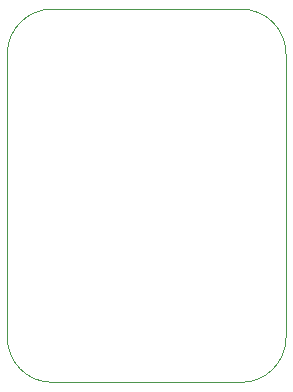
<source format=gko>
%TF.GenerationSoftware,KiCad,Pcbnew,4.0.5-e0-6337~49~ubuntu16.04.1*%
%TF.CreationDate,2017-01-24T12:56:49-08:00*%
%TF.ProjectId,3x4-CR2032-Coin-Cell-Magnet,3378342D4352323033322D436F696E2D,1.0*%
%TF.FileFunction,Profile,NP*%
%FSLAX46Y46*%
G04 Gerber Fmt 4.6, Leading zero omitted, Abs format (unit mm)*
G04 Created by KiCad (PCBNEW 4.0.5-e0-6337~49~ubuntu16.04.1) date Tue Jan 24 12:56:49 2017*
%MOMM*%
%LPD*%
G01*
G04 APERTURE LIST*
%ADD10C,0.350000*%
%ADD11C,0.050000*%
G04 APERTURE END LIST*
D10*
D11*
X117995000Y-88268000D02*
X117995000Y-112268000D01*
X141595000Y-88268000D02*
X141595000Y-112268000D01*
X121795000Y-84468000D02*
X137795000Y-84468000D01*
X121795000Y-84468000D02*
G75*
G03X117995000Y-88268000I0J-3800000D01*
G01*
X141595000Y-88268000D02*
G75*
G03X137795000Y-84468000I-3800000J0D01*
G01*
X137795000Y-116068000D02*
G75*
G03X141595000Y-112268000I0J3800000D01*
G01*
X117995000Y-112268000D02*
G75*
G03X121795000Y-116068000I3800000J0D01*
G01*
X121795000Y-116068000D02*
X137795000Y-116068000D01*
M02*

</source>
